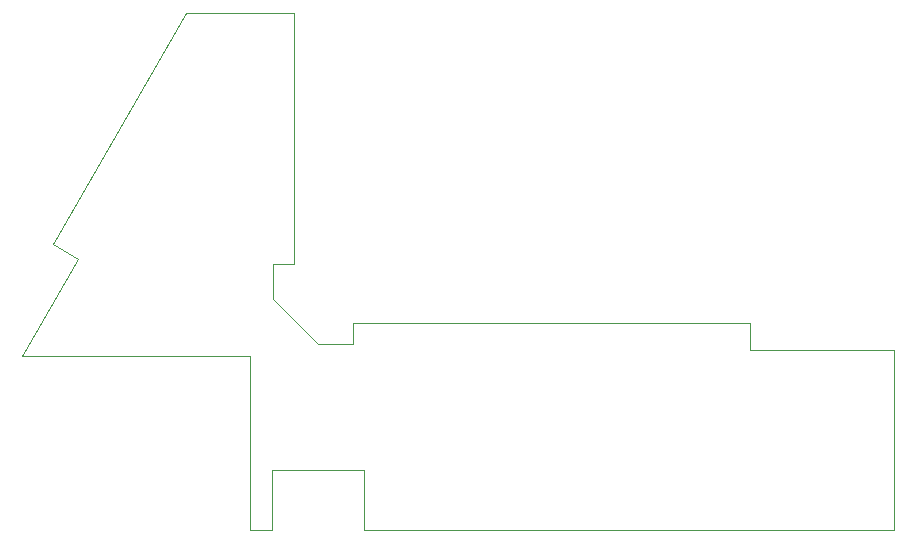
<source format=gm1>
G04 #@! TF.GenerationSoftware,KiCad,Pcbnew,(5.1.6)-1*
G04 #@! TF.CreationDate,2021-01-06T20:51:57+08:00*
G04 #@! TF.ProjectId,main_V1.0,6d61696e-5f56-4312-9e30-2e6b69636164,rev?*
G04 #@! TF.SameCoordinates,Original*
G04 #@! TF.FileFunction,Profile,NP*
%FSLAX46Y46*%
G04 Gerber Fmt 4.6, Leading zero omitted, Abs format (unit mm)*
G04 Created by KiCad (PCBNEW (5.1.6)-1) date 2021-01-06 20:51:57*
%MOMM*%
%LPD*%
G01*
G04 APERTURE LIST*
G04 #@! TA.AperFunction,Profile*
%ADD10C,0.050000*%
G04 #@! TD*
G04 #@! TA.AperFunction,Profile*
%ADD11C,0.120000*%
G04 #@! TD*
G04 APERTURE END LIST*
D10*
X30314900Y-10566400D02*
X32448500Y-11811000D01*
X41605200Y9000000D02*
X30314900Y-10566400D01*
X27711400Y-20002500D02*
X32448500Y-11811000D01*
X48868500Y-34789800D02*
X47000000Y-34800000D01*
X50720000Y9000000D02*
X41605200Y9000000D01*
X50720000Y-12200000D02*
X50720000Y9000000D01*
X48920000Y-12200000D02*
X50720000Y-12200000D01*
X48920000Y-15190000D02*
X48920000Y-12200000D01*
X52730000Y-19000000D02*
X48920000Y-15190000D01*
X55720000Y-19000000D02*
X52730000Y-19000000D01*
X55720000Y-17200000D02*
X55720000Y-19000000D01*
X89340000Y-17200000D02*
X55720000Y-17200000D01*
X89340000Y-17200000D02*
X89340000Y-19500000D01*
X101540000Y-19500000D02*
X89340000Y-19500000D01*
X101540000Y-34800000D02*
X101540000Y-19500000D01*
X56668500Y-34789800D02*
X101540000Y-34800000D01*
X47000000Y-20000000D02*
X47000000Y-34800000D01*
X27711400Y-20002500D02*
X47000000Y-20000000D01*
D11*
X48868500Y-29689800D02*
X48868500Y-34789800D01*
X56668500Y-29689800D02*
X56668500Y-34789800D01*
X48868500Y-29689800D02*
X56668500Y-29689800D01*
M02*

</source>
